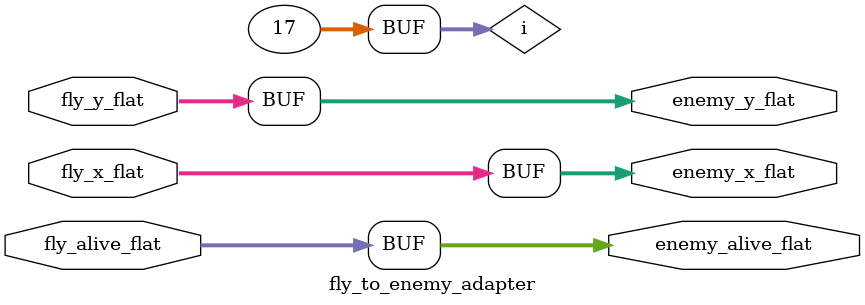
<source format=v>
module fly_to_enemy_adapter (
    input  [10*17-1:0] fly_x_flat,
    input  [10*17-1:0] fly_y_flat,
    input  [16:0]      fly_alive_flat,

    output reg [10*17-1:0] enemy_x_flat,
    output reg [10*17-1:0] enemy_y_flat,
    output reg [16:0]      enemy_alive_flat
);
    integer i;
    always @(*) begin
        for (i = 0; i < 17; i = i + 1) begin
            enemy_x_flat[i*10 +: 10] = fly_x_flat[i*10 +: 10];
            enemy_y_flat[i*10 +: 10] = fly_y_flat[i*10 +: 10];
            enemy_alive_flat[i]      = fly_alive_flat[i];
        end
    end
endmodule


</source>
